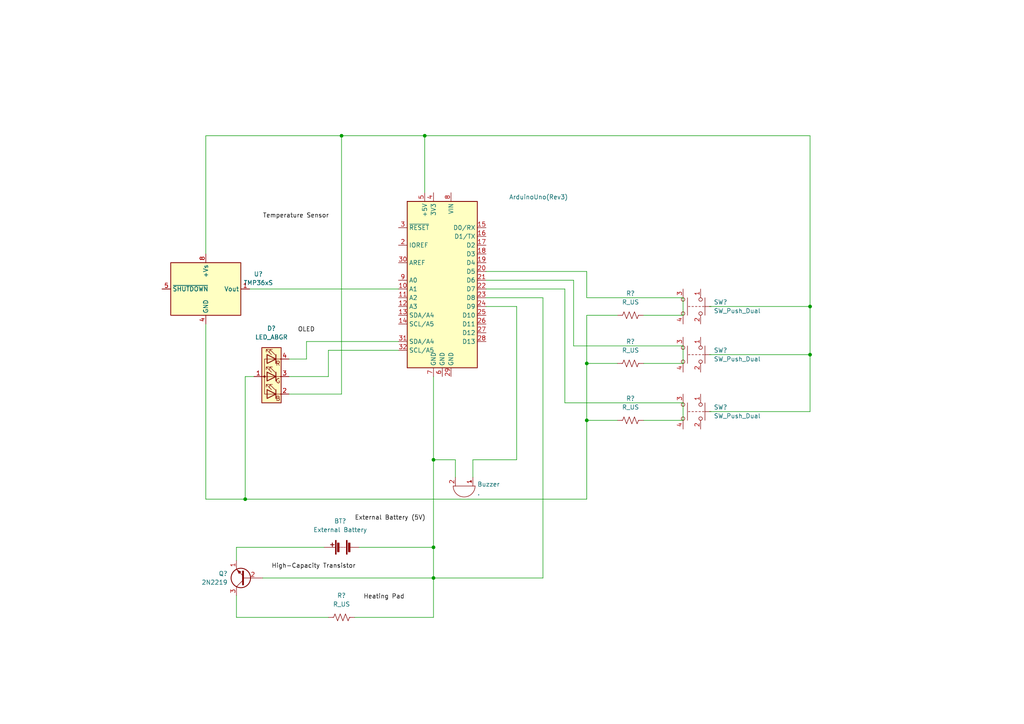
<source format=kicad_sch>
(kicad_sch (version 20211123) (generator eeschema)
  (paper "A4")
  (lib_symbols
    (symbol "Device:Battery" (pin_numbers hide) (pin_names (offset 0) hide)
      (property "Reference" "BT" (at 2.54 2.54 0))
      (property "Value" "Battery" (at 2.54 0 0))
      (symbol "Battery_0_1"
        (rectangle (start -2.032 -1.397) (end 2.032 -1.651) (fill (type outline)))
        (rectangle (start -2.032 1.778) (end 2.032 1.524) (fill (type outline)))
        (rectangle (start -1.3208 -1.9812) (end 1.27 -2.4892) (fill (type outline)))
        (rectangle (start -1.3208 1.1938) (end 1.27 0.6858) (fill (type outline)))
        (polyline (pts (xy 0 -1.524) (xy 0 -1.27)))
        (polyline (pts (xy 0 -1.016) (xy 0 -0.762)))
        (polyline (pts (xy 0 -0.508) (xy 0 -0.254)))
        (polyline (pts (xy 0 0) (xy 0 0.254)))
        (polyline (pts (xy 0 0.508) (xy 0 0.762)))
        (polyline (pts (xy 0 1.778) (xy 0 2.54)))
        (polyline (pts (xy 0.254 2.667) (xy 1.27 2.667)) (stroke (width 0.254)))
        (polyline (pts (xy 0.762 3.175) (xy 0.762 2.159)) (stroke (width 0.254)))
      )
      (symbol "Battery_1_1"
        (pin passive line (at 0 5.08 270) (length 2.54) (name "+") (number "1"))
        (pin passive line (at 0 -5.08 90) (length 2.54) (name "-") (number "2"))
      )
    )
    (symbol "Device:Buzzer" (pin_names (offset 0.0254) hide)
      (property "Reference" "BZ" (at 3.81 1.27 0))
      (property "Value" "Buzzer" (at 3.81 -1.27 0))
      (symbol "Buzzer_0_1"
        (arc (start 0 -3.175) (mid 3.175 0) (end 0 3.175))
        (polyline (pts (xy -1.651 1.905) (xy -1.143 1.905)))
        (polyline (pts (xy -1.397 2.159) (xy -1.397 1.651)))
        (polyline (pts (xy 0 3.175) (xy 0 -3.175)))
      )
      (symbol "Buzzer_1_1"
        (pin passive line (at -2.54 2.54 0) (length 2.54) (name "-") (number "1"))
        (pin passive line (at -2.54 -2.54 0) (length 2.54) (name "+") (number "2"))
      )
    )
    (symbol "Device:LED_ABGR" (pin_names (offset 0) hide)
      (property "Reference" "D" (at 0 9.398 0))
      (property "Value" "LED_ABGR" (at 0 -8.89 0))
      (symbol "LED_ABGR_0_0"
        (text "B" (at -1.905 -6.35 0) (effects (font (size 1.27 1.27))))
        (text "G" (at -1.905 -1.27 0) (effects (font (size 1.27 1.27))))
        (text "R" (at -1.905 3.81 0) (effects (font (size 1.27 1.27))))
      )
      (symbol "LED_ABGR_0_1"
        (polyline (pts (xy -1.27 -5.08) (xy -2.54 -5.08)))
        (polyline (pts (xy -1.27 -5.08) (xy 1.27 -5.08)))
        (polyline (pts (xy -1.27 -3.81) (xy -1.27 -6.35)) (stroke (width 0.254)))
        (polyline (pts (xy -1.27 0) (xy -2.54 0)))
        (polyline (pts (xy -1.27 1.27) (xy -1.27 -1.27)) (stroke (width 0.254)))
        (polyline (pts (xy -1.27 5.08) (xy -2.54 5.08)))
        (polyline (pts (xy -1.27 5.08) (xy 1.27 5.08)))
        (polyline (pts (xy -1.27 6.35) (xy -1.27 3.81)) (stroke (width 0.254)))
        (polyline (pts (xy 1.27 0) (xy -1.27 0)))
        (polyline (pts (xy 1.27 0) (xy 2.54 0)))
        (polyline (pts (xy -1.27 1.27) (xy -1.27 -1.27) (xy -1.27 -1.27)))
        (polyline (pts (xy -1.27 6.35) (xy -1.27 3.81) (xy -1.27 3.81)))
        (polyline (pts (xy 1.27 -5.08) (xy 2.032 -5.08) (xy 2.032 5.08) (xy 1.27 5.08)))
        (polyline (pts (xy 1.27 -3.81) (xy 1.27 -6.35) (xy -1.27 -5.08) (xy 1.27 -3.81)) (stroke (width 0.254)))
        (polyline (pts (xy 1.27 1.27) (xy 1.27 -1.27) (xy -1.27 0) (xy 1.27 1.27)) (stroke (width 0.254)))
        (polyline (pts (xy 1.27 6.35) (xy 1.27 3.81) (xy -1.27 5.08) (xy 1.27 6.35)) (stroke (width 0.254)))
        (polyline (pts (xy -1.016 -3.81) (xy 0.508 -2.286) (xy -0.254 -2.286) (xy 0.508 -2.286) (xy 0.508 -3.048)))
        (polyline (pts (xy -1.016 1.27) (xy 0.508 2.794) (xy -0.254 2.794) (xy 0.508 2.794) (xy 0.508 2.032)))
        (polyline (pts (xy -1.016 6.35) (xy 0.508 7.874) (xy -0.254 7.874) (xy 0.508 7.874) (xy 0.508 7.112)))
        (polyline (pts (xy 0 -3.81) (xy 1.524 -2.286) (xy 0.762 -2.286) (xy 1.524 -2.286) (xy 1.524 -3.048)))
        (polyline (pts (xy 0 1.27) (xy 1.524 2.794) (xy 0.762 2.794) (xy 1.524 2.794) (xy 1.524 2.032)))
        (polyline (pts (xy 0 6.35) (xy 1.524 7.874) (xy 0.762 7.874) (xy 1.524 7.874) (xy 1.524 7.112)))
        (rectangle (start 1.27 -1.27) (end 1.27 1.27))
        (rectangle (start 1.27 1.27) (end 1.27 1.27))
        (rectangle (start 1.27 3.81) (end 1.27 6.35))
        (rectangle (start 1.27 6.35) (end 1.27 6.35))
        (circle (center 2.032 0) (radius 0.254) (fill (type outline)))
        (rectangle (start 2.794 8.382) (end -2.794 -7.62) (stroke (width 0.254)) (fill (type background)))
      )
      (symbol "LED_ABGR_1_1"
        (pin passive line (at 5.08 0 180) (length 2.54) (name "A") (number "1"))
        (pin passive line (at -5.08 -5.08 0) (length 2.54) (name "BK") (number "2"))
        (pin passive line (at -5.08 0 0) (length 2.54) (name "GK") (number "3"))
        (pin passive line (at -5.08 5.08 0) (length 2.54) (name "RK") (number "4"))
      )
    )
    (symbol "Device:R_US" (pin_numbers hide) (pin_names (offset 0))
      (property "Reference" "R" (at 2.54 0 90))
      (property "Value" "R_US" (at -2.54 0 90))
      (symbol "R_US_0_1"
        (polyline (pts (xy 0 -2.286) (xy 0 -2.54)))
        (polyline (pts (xy 0 2.286) (xy 0 2.54)))
        (polyline (pts (xy 0 -0.762) (xy 1.016 -1.143) (xy 0 -1.524) (xy -1.016 -1.905) (xy 0 -2.286)))
        (polyline (pts (xy 0 0.762) (xy 1.016 0.381) (xy 0 0) (xy -1.016 -0.381) (xy 0 -0.762)))
        (polyline (pts (xy 0 2.286) (xy 1.016 1.905) (xy 0 1.524) (xy -1.016 1.143) (xy 0 0.762)))
      )
      (symbol "R_US_1_1"
        (pin passive line (at 0 3.81 270) (length 1.27) (name "~") (number "1"))
        (pin passive line (at 0 -3.81 90) (length 1.27) (name "~") (number "2"))
      )
    )
    (symbol "MCU_Module:Arduino_UNO_R3"
      (property "Reference" "A" (at -10.16 23.495 0))
      (property "Value" "Arduino_UNO_R3" (at 5.08 -26.67 0))
      (symbol "Arduino_UNO_R3_0_1"
        (rectangle (start -10.16 22.86) (end 10.16 -25.4) (stroke (width 0.254)) (fill (type background)))
      )
      (symbol "Arduino_UNO_R3_1_1"
        (pin no_connect line (at -10.16 -20.32 0) (length 2.54) hide (name "NC") (number "1"))
        (pin bidirectional line (at 12.7 -2.54 180) (length 2.54) (name "A1") (number "10"))
        (pin bidirectional line (at 12.7 -5.08 180) (length 2.54) (name "A2") (number "11"))
        (pin bidirectional line (at 12.7 -7.62 180) (length 2.54) (name "A3") (number "12"))
        (pin bidirectional line (at 12.7 -10.16 180) (length 2.54) (name "SDA/A4") (number "13"))
        (pin bidirectional line (at 12.7 -12.7 180) (length 2.54) (name "SCL/A5") (number "14"))
        (pin bidirectional line (at -12.7 15.24 0) (length 2.54) (name "D0/RX") (number "15"))
        (pin bidirectional line (at -12.7 12.7 0) (length 2.54) (name "D1/TX") (number "16"))
        (pin bidirectional line (at -12.7 10.16 0) (length 2.54) (name "D2") (number "17"))
        (pin bidirectional line (at -12.7 7.62 0) (length 2.54) (name "D3") (number "18"))
        (pin bidirectional line (at -12.7 5.08 0) (length 2.54) (name "D4") (number "19"))
        (pin output line (at 12.7 10.16 180) (length 2.54) (name "IOREF") (number "2"))
        (pin bidirectional line (at -12.7 2.54 0) (length 2.54) (name "D5") (number "20"))
        (pin bidirectional line (at -12.7 0 0) (length 2.54) (name "D6") (number "21"))
        (pin bidirectional line (at -12.7 -2.54 0) (length 2.54) (name "D7") (number "22"))
        (pin bidirectional line (at -12.7 -5.08 0) (length 2.54) (name "D8") (number "23"))
        (pin bidirectional line (at -12.7 -7.62 0) (length 2.54) (name "D9") (number "24"))
        (pin bidirectional line (at -12.7 -10.16 0) (length 2.54) (name "D10") (number "25"))
        (pin bidirectional line (at -12.7 -12.7 0) (length 2.54) (name "D11") (number "26"))
        (pin bidirectional line (at -12.7 -15.24 0) (length 2.54) (name "D12") (number "27"))
        (pin bidirectional line (at -12.7 -17.78 0) (length 2.54) (name "D13") (number "28"))
        (pin power_in line (at -2.54 -27.94 90) (length 2.54) (name "GND") (number "29"))
        (pin input line (at 12.7 15.24 180) (length 2.54) (name "~{RESET}") (number "3"))
        (pin input line (at 12.7 5.08 180) (length 2.54) (name "AREF") (number "30"))
        (pin bidirectional line (at 12.7 -17.78 180) (length 2.54) (name "SDA/A4") (number "31"))
        (pin bidirectional line (at 12.7 -20.32 180) (length 2.54) (name "SCL/A5") (number "32"))
        (pin power_out line (at 2.54 25.4 270) (length 2.54) (name "3V3") (number "4"))
        (pin power_out line (at 5.08 25.4 270) (length 2.54) (name "+5V") (number "5"))
        (pin power_in line (at 0 -27.94 90) (length 2.54) (name "GND") (number "6"))
        (pin power_in line (at 2.54 -27.94 90) (length 2.54) (name "GND") (number "7"))
        (pin power_in line (at -2.54 25.4 270) (length 2.54) (name "VIN") (number "8"))
        (pin bidirectional line (at 12.7 0 180) (length 2.54) (name "A0") (number "9"))
      )
    )
    (symbol "Sensor_Temperature:TMP36xS"
      (property "Reference" "U" (at -8.89 8.89 0))
      (property "Value" "TMP36xS" (at 6.35 -8.89 0))
      (symbol "TMP36xS_0_1"
        (rectangle (start -10.16 7.62) (end 10.16 -7.62) (stroke (width 0.254)) (fill (type background)))
      )
      (symbol "TMP36xS_1_1"
        (pin output line (at 12.7 0 180) (length 2.54) (name "Vout") (number "1"))
        (pin power_in line (at 0 -10.16 90) (length 2.54) (name "GND") (number "4"))
        (pin input line (at -12.7 0 0) (length 2.54) (name "~{SHUTDOWN}") (number "5"))
        (pin power_in line (at 0 10.16 270) (length 2.54) (name "+Vs") (number "8"))
      )
    )
    (symbol "Switch:SW_Push_Dual" (pin_names (offset 1.016) hide)
      (property "Reference" "SW" (at 1.27 2.54 0))
      (property "Value" "SW_Push_Dual" (at 0 -6.858 0))
      (symbol "SW_Push_Dual_0_1"
        (circle (center -2.032 -5.08) (radius 0.508))
        (circle (center -2.032 0) (radius 0.508))
        (polyline (pts (xy 0 -3.048) (xy 0 -3.556)))
        (polyline (pts (xy 0 -2.032) (xy 0 -2.54)))
        (polyline (pts (xy 0 -1.524) (xy 0 -1.016)))
        (polyline (pts (xy 0 -0.508) (xy 0 0)))
        (polyline (pts (xy 0 0.508) (xy 0 1.016)))
        (polyline (pts (xy 0 1.27) (xy 0 3.048)))
        (polyline (pts (xy 2.54 -3.81) (xy -2.54 -3.81)))
        (polyline (pts (xy 2.54 1.27) (xy -2.54 1.27)))
        (circle (center 2.032 -5.08) (radius 0.508))
        (circle (center 2.032 0) (radius 0.508))
        (pin passive line (at -5.08 0 0) (length 2.54) (name "1") (number "1"))
        (pin passive line (at 5.08 0 180) (length 2.54) (name "2") (number "2"))
        (pin passive line (at -5.08 -5.08 0) (length 2.54) (name "3") (number "3"))
        (pin passive line (at 5.08 -5.08 180) (length 2.54) (name "4") (number "4"))
      )
    )
    (symbol "Transistor_BJT:2N2219" (pin_names (offset 0) hide)
      (property "Reference" "Q" (at 5.08 1.905 0))
      (property "Value" "2N2219" (at 5.08 0 0))
      (symbol "2N2219_0_1"
        (polyline (pts (xy 0.635 0.635) (xy 2.54 2.54)))
        (polyline (pts (xy 0.635 -0.635) (xy 2.54 -2.54) (xy 2.54 -2.54)))
        (polyline (pts (xy 0.635 1.905) (xy 0.635 -1.905) (xy 0.635 -1.905)) (stroke (width 0.508)))
        (polyline (pts (xy 1.27 -1.778) (xy 1.778 -1.27) (xy 2.286 -2.286) (xy 1.27 -1.778) (xy 1.27 -1.778)) (fill (type outline)))
        (circle (center 1.27 0) (radius 2.8194) (stroke (width 0.254)))
      )
      (symbol "2N2219_1_1"
        (pin passive line (at 2.54 -5.08 90) (length 2.54) (name "E") (number "1"))
        (pin passive line (at -5.08 0 0) (length 5.715) (name "B") (number "2"))
        (pin passive line (at 2.54 5.08 270) (length 2.54) (name "C") (number "3"))
      )
    )
  )
  (junction (at 125.73 158.75))
  (junction (at 125.73 133.35))
  (junction (at 170.18 121.92))
  (junction (at 234.95 88.9))
  (junction (at 234.95 102.87))
  (junction (at 125.73 167.64))
  (junction (at 99.06 39.37))
  (junction (at 71.12 144.78))
  (junction (at 170.18 105.41))
  (junction (at 123.19 39.37))
  (wire (pts (xy 140.97 86.36) (xy 157.48 86.36)))
  (wire (pts (xy 163.83 83.82) (xy 163.83 116.84)))
  (wire (pts (xy 93.98 158.75) (xy 68.58 158.75)))
  (wire (pts (xy 125.73 167.64) (xy 125.73 179.07)))
  (wire (pts (xy 68.58 172.72) (xy 68.58 179.07)))
  (wire (pts (xy 186.69 91.44) (xy 198.12 91.44)))
  (wire (pts (xy 198.12 100.33) (xy 198.12 105.41)))
  (wire (pts (xy 166.37 100.33) (xy 198.12 100.33)))
  (wire (pts (xy 72.39 83.82) (xy 115.57 83.82)))
  (wire (pts (xy 205.74 119.38) (xy 234.95 119.38)))
  (wire (pts (xy 149.86 133.35) (xy 137.16 133.35)))
  (wire (pts (xy 83.82 109.22) (xy 95.25 109.22)))
  (wire (pts (xy 170.18 121.92) (xy 170.18 144.78)))
  (wire (pts (xy 59.69 93.98) (xy 59.69 144.78)))
  (wire (pts (xy 68.58 179.07) (xy 95.25 179.07)))
  (wire (pts (xy 140.97 88.9) (xy 149.86 88.9)))
  (wire (pts (xy 88.9 99.06) (xy 88.9 104.14)))
  (wire (pts (xy 170.18 105.41) (xy 179.07 105.41)))
  (wire (pts (xy 125.73 158.75) (xy 125.73 167.64)))
  (wire (pts (xy 125.73 167.64) (xy 157.48 167.64)))
  (wire (pts (xy 123.19 39.37) (xy 234.95 39.37)))
  (wire (pts (xy 234.95 39.37) (xy 234.95 88.9)))
  (wire (pts (xy 125.73 133.35) (xy 132.08 133.35)))
  (wire (pts (xy 166.37 81.28) (xy 166.37 100.33)))
  (wire (pts (xy 125.73 133.35) (xy 125.73 158.75)))
  (wire (pts (xy 76.2 167.64) (xy 125.73 167.64)))
  (wire (pts (xy 234.95 88.9) (xy 234.95 102.87)))
  (wire (pts (xy 198.12 116.84) (xy 198.12 121.92)))
  (wire (pts (xy 59.69 39.37) (xy 59.69 73.66)))
  (wire (pts (xy 205.74 102.87) (xy 234.95 102.87)))
  (wire (pts (xy 170.18 105.41) (xy 170.18 121.92)))
  (wire (pts (xy 125.73 109.22) (xy 125.73 133.35)))
  (wire (pts (xy 99.06 39.37) (xy 99.06 114.3)))
  (wire (pts (xy 68.58 158.75) (xy 68.58 162.56)))
  (wire (pts (xy 170.18 86.36) (xy 198.12 86.36)))
  (wire (pts (xy 73.66 109.22) (xy 71.12 109.22)))
  (wire (pts (xy 186.69 105.41) (xy 198.12 105.41)))
  (wire (pts (xy 115.57 101.6) (xy 95.25 101.6)))
  (wire (pts (xy 83.82 104.14) (xy 88.9 104.14)))
  (wire (pts (xy 99.06 39.37) (xy 123.19 39.37)))
  (wire (pts (xy 149.86 88.9) (xy 149.86 133.35)))
  (wire (pts (xy 71.12 109.22) (xy 71.12 144.78)))
  (wire (pts (xy 123.19 55.88) (xy 123.19 39.37)))
  (wire (pts (xy 59.69 39.37) (xy 99.06 39.37)))
  (wire (pts (xy 186.69 121.92) (xy 198.12 121.92)))
  (wire (pts (xy 83.82 114.3) (xy 99.06 114.3)))
  (wire (pts (xy 115.57 99.06) (xy 88.9 99.06)))
  (wire (pts (xy 170.18 144.78) (xy 71.12 144.78)))
  (wire (pts (xy 104.14 158.75) (xy 125.73 158.75)))
  (wire (pts (xy 95.25 101.6) (xy 95.25 109.22)))
  (wire (pts (xy 157.48 86.36) (xy 157.48 167.64)))
  (wire (pts (xy 140.97 83.82) (xy 163.83 83.82)))
  (wire (pts (xy 198.12 86.36) (xy 198.12 91.44)))
  (wire (pts (xy 205.74 88.9) (xy 234.95 88.9)))
  (wire (pts (xy 140.97 78.74) (xy 170.18 78.74)))
  (wire (pts (xy 170.18 78.74) (xy 170.18 86.36)))
  (wire (pts (xy 137.16 133.35) (xy 137.16 138.43)))
  (wire (pts (xy 140.97 81.28) (xy 166.37 81.28)))
  (wire (pts (xy 132.08 133.35) (xy 132.08 138.43)))
  (wire (pts (xy 170.18 91.44) (xy 170.18 105.41)))
  (wire (pts (xy 163.83 116.84) (xy 198.12 116.84)))
  (wire (pts (xy 234.95 102.87) (xy 234.95 119.38)))
  (wire (pts (xy 170.18 91.44) (xy 179.07 91.44)))
  (wire (pts (xy 71.12 144.78) (xy 59.69 144.78)))
  (wire (pts (xy 102.87 179.07) (xy 125.73 179.07)))
  (wire (pts (xy 170.18 121.92) (xy 179.07 121.92)))
  (label "High-Capacity Transistor" (at 78.74 165.1 0))
  (label "Heating Pad" (at 105.41 173.99 0))
  (label "Temperature Sensor" (at 76.2 63.5 0))
  (label "OLED" (at 86.36 96.52 0))
  (label "External Battery (5V)" (at 102.87 151.13 0))
  (symbol (lib_id "Sensor_Temperature:TMP36xS") (at 59.69 83.82 0) (unit 1)
    (property "Reference" "U?" (at 74.93 79.4893 0))
    (property "Value" "TMP36xS" (at 74.93 82.0293 0))
    (property "Footprint" "Package_SO:SOIC-8_3.9x4.9mm_P1.27mm" (effects hide))
    (property "Datasheet" "https://www.analog.com/media/en/technical-documentation/data-sheets/TMP35_36_37.pdf" (effects hide))
  )
  (symbol (lib_id "Device:R_US") (at 182.88 105.41 270) (unit 1)
    (property "Reference" "R?" (at 182.88 99.06 90))
    (property "Value" "R_US" (at 182.88 101.6 90))
  )
  (symbol (lib_id "Switch:SW_Push_Dual") (at 203.2 102.87 270) (unit 1)
    (property "Reference" "SW?" (at 207.01 101.5999 90) (effects (justify left)))
    (property "Value" "SW_Push_Dual" (at 207.01 104.1399 90) (effects (justify left)))
  )
  (symbol (lib_id "Switch:SW_Push_Dual") (at 203.2 119.38 270) (unit 1)
    (property "Reference" "SW?" (at 207.01 118.1099 90) (effects (justify left)))
    (property "Value" "SW_Push_Dual" (at 207.01 120.6499 90) (effects (justify left)))
  )
  (symbol (lib_id "Switch:SW_Push_Dual") (at 203.2 88.9 270) (unit 1)
    (property "Reference" "SW?" (at 207.01 87.6299 90) (effects (justify left)))
    (property "Value" "SW_Push_Dual" (at 207.01 90.1699 90) (effects (justify left)))
  )
  (symbol (lib_id "Device:LED_ABGR") (at 78.74 109.22 0) (mirror y) (unit 1)
    (property "Reference" "D?" (at 78.74 95.25 0))
    (property "Value" "LED_ABGR" (at 78.74 97.79 0))
  )
  (symbol (lib_id "Device:R_US") (at 182.88 91.44 270) (unit 1)
    (property "Reference" "R?" (at 182.88 85.09 90))
    (property "Value" "R_US" (at 182.88 87.63 90))
  )
  (symbol (lib_id "Device:Battery") (at 99.06 158.75 90) (unit 1)
    (property "Reference" "BT?" (at 98.679 151.13 90))
    (property "Value" "External Battery" (at 98.679 153.67 90))
  )
  (symbol (lib_id "Device:Buzzer") (at 134.62 140.97 270) (unit 1)
    (property "Reference" "Buzzer" (at 138.43 140.4619 90) (effects (justify left)))
    (property "Value" "." (at 138.43 143.0019 90) (effects (justify left)))
  )
  (symbol (lib_id "Device:R_US") (at 99.06 179.07 270) (unit 1)
    (property "Reference" "R?" (at 99.06 172.72 90))
    (property "Value" "R_US" (at 99.06 175.26 90))
  )
  (symbol (lib_id "Transistor_BJT:2N2219") (at 71.12 167.64 180) (unit 1)
    (property "Reference" "Q?" (at 66.04 166.3699 0) (effects (justify left)))
    (property "Value" "2N2219" (at 66.04 168.9099 0) (effects (justify left)))
    (property "Footprint" "Package_TO_SOT_THT:TO-39-3" (effects hide))
    (property "Datasheet" "http://www.onsemi.com/pub_link/Collateral/2N2219-D.PDF" (effects hide))
  )
  (symbol (lib_id "Device:R_US") (at 182.88 121.92 270) (unit 1)
    (property "Reference" "R?" (at 182.88 115.57 90))
    (property "Value" "R_US" (at 182.88 118.11 90))
  )
  (symbol (lib_id "MCU_Module:Arduino_UNO_R3") (at 128.27 81.28 0) (mirror y) (unit 1)
    (property "Reference" "ArduinoUno(Rev3)" (at 156.21 57.15 0))
    (property "Value" "Arduino_UNO_R3" (effects hide))
    (property "Footprint" "Module:Arduino_UNO_R3" (effects hide))
    (property "Datasheet" "https://www.arduino.cc/en/Main/arduinoBoardUno" (effects hide))
  )
)
</source>
